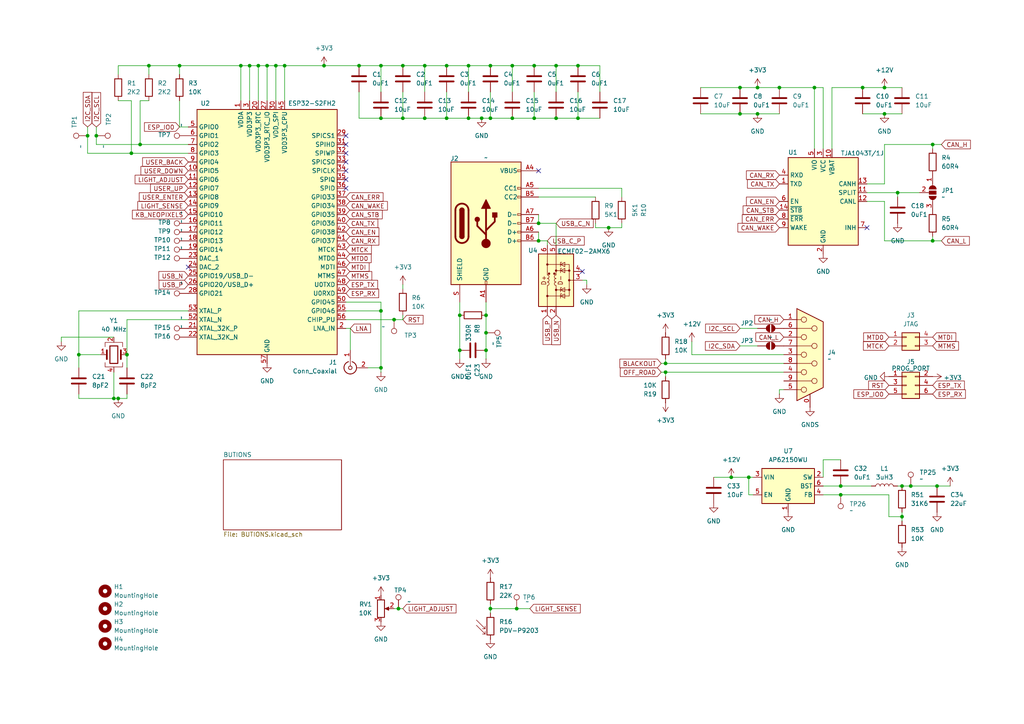
<source format=kicad_sch>
(kicad_sch (version 20250114) (generator "eeschema") (generator_version "9.0")
  (paper "A4")
  (junction (at 214.63 25.4))
  (junction (at 219.71 25.4))
  (junction (at 161.29 19.05))
  (junction (at 142.24 34.29))
  (junction (at 52.07 19.05))
  (junction (at 261.62 149.86))
  (junction (at 154.94 34.29))
  (junction (at 270.51 41.91))
  (junction (at 36.83 102.87))
  (junction (at 148.59 34.29))
  (junction (at 243.84 143.51))
  (junction (at 22.86 102.87))
  (junction (at 82.55 19.05))
  (junction (at 27.94 39.37))
  (junction (at 135.89 34.29))
  (junction (at 40.64 41.91))
  (junction (at 226.06 25.4))
  (junction (at 110.49 106.68))
  (junction (at 256.54 25.4))
  (junction (at 38.1 44.45))
  (junction (at 250.19 25.4))
  (junction (at 115.57 176.53))
  (junction (at 156.21 69.85))
  (junction (at 219.71 33.02))
  (junction (at 133.35 101.6))
  (junction (at 80.01 19.05))
  (junction (at 135.89 19.05))
  (junction (at 260.35 55.88))
  (junction (at 33.02 115.57))
  (junction (at 69.85 19.05))
  (junction (at 193.04 105.41))
  (junction (at 34.29 115.57))
  (junction (at 140.97 96.52))
  (junction (at 110.49 90.17))
  (junction (at 243.84 140.97))
  (junction (at 74.93 19.05))
  (junction (at 217.17 138.43))
  (junction (at 256.54 33.02))
  (junction (at 140.97 91.44))
  (junction (at 77.47 19.05))
  (junction (at 161.29 34.29))
  (junction (at 139.7 34.29))
  (junction (at 148.59 19.05))
  (junction (at 114.3 92.71))
  (junction (at 43.18 19.05))
  (junction (at 72.39 19.05))
  (junction (at 261.62 140.97))
  (junction (at 129.54 19.05))
  (junction (at 142.24 176.53))
  (junction (at 149.86 176.53))
  (junction (at 176.53 66.04))
  (junction (at 129.54 34.29))
  (junction (at 25.4 39.37))
  (junction (at 236.22 25.4))
  (junction (at 123.19 19.05))
  (junction (at 167.64 19.05))
  (junction (at 214.63 33.02))
  (junction (at 142.24 19.05))
  (junction (at 193.04 107.95))
  (junction (at 167.64 34.29))
  (junction (at 93.98 19.05))
  (junction (at 264.16 140.97))
  (junction (at 123.19 34.29))
  (junction (at 156.21 64.77))
  (junction (at 140.97 101.6))
  (junction (at 110.49 19.05))
  (junction (at 271.78 140.97))
  (junction (at 116.84 34.29))
  (junction (at 116.84 19.05))
  (junction (at 133.35 91.44))
  (junction (at 154.94 19.05))
  (junction (at 104.14 19.05))
  (junction (at 110.49 34.29))
  (junction (at 270.51 69.85))
  (junction (at 212.09 138.43))
  (no_connect (at 156.21 49.53))
  (no_connect (at 100.33 46.99))
  (no_connect (at 100.33 52.07))
  (no_connect (at 100.33 44.45))
  (no_connect (at 251.46 66.04))
  (no_connect (at 100.33 49.53))
  (no_connect (at 100.33 54.61))
  (no_connect (at 100.33 41.91))
  (no_connect (at 54.61 77.47))
  (no_connect (at 100.33 39.37))
  (no_connect (at 168.91 78.74))
  (wire (pts (xy 74.93 19.05) (xy 77.47 19.05)))
  (wire (pts (xy 110.49 90.17) (xy 110.49 106.68)))
  (wire (pts (xy 236.22 25.4) (xy 236.22 43.18)))
  (wire (pts (xy 36.83 92.71) (xy 54.61 92.71)))
  (wire (pts (xy 110.49 34.29) (xy 104.14 34.29)))
  (wire (pts (xy 135.89 19.05) (xy 142.24 19.05)))
  (wire (pts (xy 52.07 19.05) (xy 52.07 21.59)))
  (wire (pts (xy 17.78 97.79) (xy 17.78 99.06)))
  (wire (pts (xy 226.06 113.03) (xy 226.06 114.3)))
  (wire (pts (xy 241.3 43.18) (xy 241.3 25.4)))
  (wire (pts (xy 256.54 33.02) (xy 261.62 33.02)))
  (wire (pts (xy 264.16 140.97) (xy 271.78 140.97)))
  (wire (pts (xy 167.64 26.67) (xy 167.64 34.29)))
  (wire (pts (xy 33.02 115.57) (xy 34.29 115.57)))
  (wire (pts (xy 180.34 64.77) (xy 180.34 66.04)))
  (wire (pts (xy 22.86 106.68) (xy 22.86 102.87)))
  (wire (pts (xy 36.83 106.68) (xy 36.83 102.87)))
  (wire (pts (xy 180.34 66.04) (xy 176.53 66.04)))
  (wire (pts (xy 261.62 149.86) (xy 261.62 151.13)))
  (wire (pts (xy 156.21 64.77) (xy 156.21 62.23)))
  (wire (pts (xy 33.02 97.79) (xy 17.78 97.79)))
  (wire (pts (xy 129.54 19.05) (xy 135.89 19.05)))
  (wire (pts (xy 270.51 68.58) (xy 270.51 69.85)))
  (wire (pts (xy 43.18 29.21) (xy 40.64 29.21)))
  (wire (pts (xy 82.55 19.05) (xy 82.55 29.21)))
  (wire (pts (xy 77.47 19.05) (xy 80.01 19.05)))
  (wire (pts (xy 142.24 175.26) (xy 142.24 176.53)))
  (wire (pts (xy 203.2 33.02) (xy 214.63 33.02)))
  (wire (pts (xy 27.94 41.91) (xy 40.64 41.91)))
  (wire (pts (xy 219.71 25.4) (xy 226.06 25.4)))
  (wire (pts (xy 72.39 19.05) (xy 74.93 19.05)))
  (wire (pts (xy 133.35 101.6) (xy 133.35 104.14)))
  (wire (pts (xy 52.07 36.83) (xy 54.61 36.83)))
  (wire (pts (xy 116.84 34.29) (xy 110.49 34.29)))
  (wire (pts (xy 142.24 176.53) (xy 142.24 177.8)))
  (wire (pts (xy 40.64 29.21) (xy 40.64 41.91)))
  (wire (pts (xy 22.86 114.3) (xy 22.86 115.57)))
  (wire (pts (xy 142.24 26.67) (xy 142.24 34.29)))
  (wire (pts (xy 22.86 102.87) (xy 29.21 102.87)))
  (wire (pts (xy 212.09 138.43) (xy 217.17 138.43)))
  (wire (pts (xy 193.04 107.95) (xy 227.33 107.95)))
  (wire (pts (xy 158.75 69.85) (xy 156.21 69.85)))
  (wire (pts (xy 238.76 140.97) (xy 243.84 140.97)))
  (wire (pts (xy 251.46 55.88) (xy 260.35 55.88)))
  (wire (pts (xy 270.51 41.91) (xy 270.51 43.18)))
  (wire (pts (xy 25.4 44.45) (xy 25.4 39.37)))
  (wire (pts (xy 241.3 25.4) (xy 250.19 25.4)))
  (wire (pts (xy 80.01 19.05) (xy 80.01 29.21)))
  (wire (pts (xy 123.19 34.29) (xy 116.84 34.29)))
  (wire (pts (xy 154.94 19.05) (xy 161.29 19.05)))
  (wire (pts (xy 133.35 87.63) (xy 133.35 91.44)))
  (wire (pts (xy 168.91 81.28) (xy 170.18 81.28)))
  (wire (pts (xy 110.49 87.63) (xy 110.49 90.17)))
  (wire (pts (xy 238.76 133.35) (xy 243.84 133.35)))
  (wire (pts (xy 93.98 19.05) (xy 104.14 19.05)))
  (wire (pts (xy 116.84 26.67) (xy 116.84 34.29)))
  (wire (pts (xy 72.39 19.05) (xy 72.39 29.21)))
  (wire (pts (xy 238.76 138.43) (xy 238.76 133.35)))
  (wire (pts (xy 101.6 101.6) (xy 101.6 95.25)))
  (wire (pts (xy 36.83 114.3) (xy 36.83 115.57)))
  (wire (pts (xy 100.33 87.63) (xy 110.49 87.63)))
  (wire (pts (xy 238.76 43.18) (xy 238.76 25.4)))
  (wire (pts (xy 77.47 19.05) (xy 77.47 29.21)))
  (wire (pts (xy 161.29 19.05) (xy 161.29 26.67)))
  (wire (pts (xy 140.97 101.6) (xy 140.97 104.14)))
  (wire (pts (xy 214.63 33.02) (xy 219.71 33.02)))
  (wire (pts (xy 114.3 176.53) (xy 115.57 176.53)))
  (wire (pts (xy 227.33 113.03) (xy 226.06 113.03)))
  (wire (pts (xy 236.22 25.4) (xy 238.76 25.4)))
  (wire (pts (xy 156.21 69.85) (xy 156.21 67.31)))
  (wire (pts (xy 115.57 176.53) (xy 116.84 176.53)))
  (wire (pts (xy 27.94 41.91) (xy 27.94 39.37)))
  (wire (pts (xy 22.86 115.57) (xy 33.02 115.57)))
  (wire (pts (xy 25.4 36.83) (xy 25.4 39.37)))
  (wire (pts (xy 261.62 140.97) (xy 264.16 140.97)))
  (wire (pts (xy 38.1 44.45) (xy 25.4 44.45)))
  (wire (pts (xy 100.33 90.17) (xy 110.49 90.17)))
  (wire (pts (xy 260.35 55.88) (xy 260.35 57.15)))
  (wire (pts (xy 270.51 69.85) (xy 273.05 69.85)))
  (wire (pts (xy 140.97 87.63) (xy 140.97 91.44)))
  (wire (pts (xy 148.59 19.05) (xy 154.94 19.05)))
  (wire (pts (xy 173.99 34.29) (xy 167.64 34.29)))
  (wire (pts (xy 22.86 102.87) (xy 22.86 90.17)))
  (wire (pts (xy 203.2 25.4) (xy 214.63 25.4)))
  (wire (pts (xy 110.49 106.68) (xy 110.49 107.95)))
  (wire (pts (xy 156.21 54.61) (xy 180.34 54.61)))
  (wire (pts (xy 158.75 71.12) (xy 158.75 69.85)))
  (wire (pts (xy 27.94 36.83) (xy 27.94 39.37)))
  (wire (pts (xy 217.17 138.43) (xy 218.44 138.43)))
  (wire (pts (xy 74.93 19.05) (xy 74.93 29.21)))
  (wire (pts (xy 275.59 140.97) (xy 271.78 140.97)))
  (wire (pts (xy 123.19 19.05) (xy 129.54 19.05)))
  (wire (pts (xy 114.3 92.71) (xy 116.84 92.71)))
  (wire (pts (xy 116.84 82.55) (xy 116.84 83.82)))
  (wire (pts (xy 129.54 34.29) (xy 123.19 34.29)))
  (wire (pts (xy 256.54 41.91) (xy 270.51 41.91)))
  (wire (pts (xy 148.59 19.05) (xy 148.59 26.67)))
  (wire (pts (xy 256.54 25.4) (xy 261.62 25.4)))
  (wire (pts (xy 80.01 19.05) (xy 82.55 19.05)))
  (wire (pts (xy 69.85 19.05) (xy 52.07 19.05)))
  (wire (pts (xy 133.35 91.44) (xy 133.35 101.6)))
  (wire (pts (xy 110.49 19.05) (xy 110.49 26.67)))
  (wire (pts (xy 142.24 34.29) (xy 139.7 34.29)))
  (wire (pts (xy 257.81 149.86) (xy 261.62 149.86)))
  (wire (pts (xy 148.59 34.29) (xy 142.24 34.29)))
  (wire (pts (xy 256.54 53.34) (xy 256.54 41.91)))
  (wire (pts (xy 261.62 148.59) (xy 261.62 149.86)))
  (wire (pts (xy 193.04 109.22) (xy 193.04 107.95)))
  (wire (pts (xy 123.19 19.05) (xy 123.19 26.67)))
  (wire (pts (xy 161.29 71.12) (xy 161.29 64.77)))
  (wire (pts (xy 250.19 33.02) (xy 256.54 33.02)))
  (wire (pts (xy 149.86 176.53) (xy 153.67 176.53)))
  (wire (pts (xy 106.68 106.68) (xy 110.49 106.68)))
  (wire (pts (xy 270.51 41.91) (xy 273.05 41.91)))
  (wire (pts (xy 214.63 100.33) (xy 219.71 100.33)))
  (wire (pts (xy 129.54 26.67) (xy 129.54 34.29)))
  (wire (pts (xy 69.85 29.21) (xy 69.85 19.05)))
  (wire (pts (xy 217.17 143.51) (xy 217.17 138.43)))
  (wire (pts (xy 116.84 19.05) (xy 123.19 19.05)))
  (wire (pts (xy 154.94 26.67) (xy 154.94 34.29)))
  (wire (pts (xy 36.83 102.87) (xy 36.83 92.71)))
  (wire (pts (xy 22.86 90.17) (xy 54.61 90.17)))
  (wire (pts (xy 156.21 57.15) (xy 172.72 57.15)))
  (wire (pts (xy 34.29 19.05) (xy 43.18 19.05)))
  (wire (pts (xy 140.97 96.52) (xy 140.97 101.6)))
  (wire (pts (xy 161.29 34.29) (xy 154.94 34.29)))
  (wire (pts (xy 43.18 19.05) (xy 43.18 21.59)))
  (wire (pts (xy 193.04 104.14) (xy 193.04 105.41)))
  (wire (pts (xy 140.97 91.44) (xy 140.97 96.52)))
  (wire (pts (xy 135.89 19.05) (xy 135.89 26.67)))
  (wire (pts (xy 142.24 176.53) (xy 149.86 176.53)))
  (wire (pts (xy 139.7 34.29) (xy 135.89 34.29)))
  (wire (pts (xy 101.6 95.25) (xy 100.33 95.25)))
  (wire (pts (xy 40.64 41.91) (xy 54.61 41.91)))
  (wire (pts (xy 214.63 25.4) (xy 219.71 25.4)))
  (wire (pts (xy 110.49 19.05) (xy 116.84 19.05)))
  (wire (pts (xy 167.64 19.05) (xy 173.99 19.05)))
  (wire (pts (xy 34.29 29.21) (xy 38.1 29.21)))
  (wire (pts (xy 218.44 143.51) (xy 217.17 143.51)))
  (wire (pts (xy 219.71 33.02) (xy 226.06 33.02)))
  (wire (pts (xy 256.54 58.42) (xy 256.54 69.85)))
  (wire (pts (xy 104.14 19.05) (xy 110.49 19.05)))
  (wire (pts (xy 161.29 19.05) (xy 167.64 19.05)))
  (wire (pts (xy 214.63 95.25) (xy 219.71 95.25)))
  (wire (pts (xy 226.06 25.4) (xy 236.22 25.4)))
  (wire (pts (xy 200.66 99.06) (xy 200.66 102.87)))
  (wire (pts (xy 43.18 19.05) (xy 52.07 19.05)))
  (wire (pts (xy 34.29 115.57) (xy 36.83 115.57)))
  (wire (pts (xy 191.77 105.41) (xy 193.04 105.41)))
  (wire (pts (xy 161.29 64.77) (xy 156.21 64.77)))
  (wire (pts (xy 154.94 34.29) (xy 148.59 34.29)))
  (wire (pts (xy 38.1 29.21) (xy 38.1 44.45)))
  (wire (pts (xy 260.35 55.88) (xy 266.7 55.88)))
  (wire (pts (xy 250.19 25.4) (xy 256.54 25.4)))
  (wire (pts (xy 172.72 66.04) (xy 176.53 66.04)))
  (wire (pts (xy 135.89 34.29) (xy 129.54 34.29)))
  (wire (pts (xy 104.14 34.29) (xy 104.14 26.67)))
  (wire (pts (xy 191.77 107.95) (xy 193.04 107.95)))
  (wire (pts (xy 260.35 140.97) (xy 261.62 140.97)))
  (wire (pts (xy 38.1 44.45) (xy 54.61 44.45)))
  (wire (pts (xy 180.34 54.61) (xy 180.34 57.15)))
  (wire (pts (xy 173.99 26.67) (xy 173.99 19.05)))
  (wire (pts (xy 251.46 53.34) (xy 256.54 53.34)))
  (wire (pts (xy 238.76 143.51) (xy 243.84 143.51)))
  (wire (pts (xy 142.24 19.05) (xy 148.59 19.05)))
  (wire (pts (xy 256.54 69.85) (xy 270.51 69.85)))
  (wire (pts (xy 33.02 107.95) (xy 33.02 115.57)))
  (wire (pts (xy 170.18 81.28) (xy 170.18 82.55)))
  (wire (pts (xy 243.84 140.97) (xy 252.73 140.97)))
  (wire (pts (xy 243.84 143.51) (xy 257.81 143.51)))
  (wire (pts (xy 69.85 19.05) (xy 72.39 19.05)))
  (wire (pts (xy 34.29 21.59) (xy 34.29 19.05)))
  (wire (pts (xy 200.66 102.87) (xy 227.33 102.87)))
  (wire (pts (xy 193.04 105.41) (xy 227.33 105.41)))
  (wire (pts (xy 172.72 64.77) (xy 172.72 66.04)))
  (wire (pts (xy 207.01 138.43) (xy 212.09 138.43)))
  (wire (pts (xy 251.46 58.42) (xy 256.54 58.42)))
  (wire (pts (xy 257.81 143.51) (xy 257.81 149.86)))
  (wire (pts (xy 52.07 29.21) (xy 52.07 36.83)))
  (wire (pts (xy 100.33 92.71) (xy 114.3 92.71)))
  (wire (pts (xy 167.64 34.29) (xy 161.29 34.29)))
  (wire (pts (xy 116.84 92.71) (xy 116.84 91.44)))
  (wire (pts (xy 82.55 19.05) (xy 93.98 19.05)))
  (global_label "ESP_IO0" (shape input) (at 52.07 36.83 180) (property "Intersheetrefs" "${INTERSHEET_REFS}" (effects (hide yes))))
  (global_label "ESP_RX" (shape input) (at 100.33 85.09 0) (property "Intersheetrefs" "${INTERSHEET_REFS}" (effects (hide yes))))
  (global_label "CAN_L" (shape input) (at 227.33 97.79 180) (property "Intersheetrefs" "${INTERSHEET_REFS}" (effects (hide yes))))
  (global_label "CAN_RX" (shape input) (at 226.06 50.8 180) (property "Intersheetrefs" "${INTERSHEET_REFS}" (effects (hide yes))))
  (global_label "I2C_SCL" (shape input) (at 214.63 95.25 180) (property "Intersheetrefs" "${INTERSHEET_REFS}" (effects (hide yes))))
  (global_label "CAN_TX" (shape input) (at 226.06 53.34 180) (property "Intersheetrefs" "${INTERSHEET_REFS}" (effects (hide yes))))
  (global_label "USB_C_P" (shape input) (at 158.75 69.85 0) (property "Intersheetrefs" "${INTERSHEET_REFS}" (effects (hide yes))))
  (global_label "LNA" (shape input) (at 101.6 95.25 0) (property "Intersheetrefs" "${INTERSHEET_REFS}" (effects (hide yes))))
  (global_label "MTD0" (shape input) (at 257.81 97.79 180) (property "Intersheetrefs" "${INTERSHEET_REFS}" (effects (hide yes))))
  (global_label "USER_UP" (shape input) (at 54.61 54.61 180) (property "Intersheetrefs" "${INTERSHEET_REFS}" (effects (hide yes))))
  (global_label "CAN_STB" (shape input) (at 100.33 62.23 0) (property "Intersheetrefs" "${INTERSHEET_REFS}" (effects (hide yes))))
  (global_label "ESP_TX" (shape input) (at 100.33 82.55 0) (property "Intersheetrefs" "${INTERSHEET_REFS}" (effects (hide yes))))
  (global_label "BLACKOUT" (shape input) (at 191.77 105.41 180) (property "Intersheetrefs" "${INTERSHEET_REFS}" (effects (hide yes))))
  (global_label "MTCK" (shape input) (at 100.33 72.39 0) (property "Intersheetrefs" "${INTERSHEET_REFS}" (effects (hide yes))))
  (global_label "OFF_ROAD" (shape input) (at 191.77 107.95 180) (property "Intersheetrefs" "${INTERSHEET_REFS}" (effects (hide yes))))
  (global_label "USB_C_N" (shape input) (at 161.29 64.77 0) (property "Intersheetrefs" "${INTERSHEET_REFS}" (effects (hide yes))))
  (global_label "CAN_TX" (shape input) (at 100.33 64.77 0) (property "Intersheetrefs" "${INTERSHEET_REFS}" (effects (hide yes))))
  (global_label "CAN_EN" (shape input) (at 226.06 58.42 180) (property "Intersheetrefs" "${INTERSHEET_REFS}" (effects (hide yes))))
  (global_label "USB_N" (shape input) (at 54.61 80.01 180) (property "Intersheetrefs" "${INTERSHEET_REFS}" (effects (hide yes))))
  (global_label "I2C_SDA" (shape input) (at 25.4 36.83 90) (property "Intersheetrefs" "${INTERSHEET_REFS}" (effects (hide yes))))
  (global_label "CAN_STB" (shape input) (at 226.06 60.96 180) (property "Intersheetrefs" "${INTERSHEET_REFS}" (effects (hide yes))))
  (global_label "USB_P" (shape input) (at 54.61 82.55 180) (property "Intersheetrefs" "${INTERSHEET_REFS}" (effects (hide yes))))
  (global_label "ESP_TX" (shape input) (at 270.51 111.76 0) (property "Intersheetrefs" "${INTERSHEET_REFS}" (effects (hide yes))))
  (global_label "CAN_RX" (shape input) (at 100.33 69.85 0) (property "Intersheetrefs" "${INTERSHEET_REFS}" (effects (hide yes))))
  (global_label "ESP_IO0" (shape input) (at 257.81 114.3 180) (property "Intersheetrefs" "${INTERSHEET_REFS}" (effects (hide yes))))
  (global_label "LIGHT_SENSE" (shape input) (at 54.61 59.69 180) (property "Intersheetrefs" "${INTERSHEET_REFS}" (effects (hide yes))))
  (global_label "CAN_H" (shape input) (at 273.05 41.91 0) (property "Intersheetrefs" "${INTERSHEET_REFS}" (effects (hide yes))))
  (global_label "MTMS" (shape input) (at 270.51 100.33 0) (property "Intersheetrefs" "${INTERSHEET_REFS}" (effects (hide yes))))
  (global_label "RST" (shape input) (at 257.81 111.76 180) (property "Intersheetrefs" "${INTERSHEET_REFS}" (effects (hide yes))))
  (global_label "CAN_ERR" (shape input) (at 100.33 57.15 0) (property "Intersheetrefs" "${INTERSHEET_REFS}" (effects (hide yes))))
  (global_label "CAN_EN" (shape input) (at 100.33 67.31 0) (property "Intersheetrefs" "${INTERSHEET_REFS}" (effects (hide yes))))
  (global_label "ESP_RX" (shape input) (at 270.51 114.3 0) (property "Intersheetrefs" "${INTERSHEET_REFS}" (effects (hide yes))))
  (global_label "USER_ENTER" (shape input) (at 54.61 57.15 180) (property "Intersheetrefs" "${INTERSHEET_REFS}" (effects (hide yes))))
  (global_label "LIGHT_ADJUST" (shape input) (at 116.84 176.53 0) (property "Intersheetrefs" "${INTERSHEET_REFS}" (effects (hide yes))))
  (global_label "LIGHT_SENSE" (shape input) (at 153.67 176.53 0) (property "Intersheetrefs" "${INTERSHEET_REFS}" (effects (hide yes))))
  (global_label "I2C_SDA" (shape input) (at 214.63 100.33 180) (property "Intersheetrefs" "${INTERSHEET_REFS}" (effects (hide yes))))
  (global_label "USB_P" (shape input) (at 158.75 91.44 270) (property "Intersheetrefs" "${INTERSHEET_REFS}" (effects (hide yes))))
  (global_label "KB_NEOPIXELS" (shape input) (at 54.61 62.23 180) (property "Intersheetrefs" "${INTERSHEET_REFS}" (effects (hide yes))))
  (global_label "USER_BACK" (shape input) (at 54.61 46.99 180) (property "Intersheetrefs" "${INTERSHEET_REFS}" (effects (hide yes))))
  (global_label "CAN_ERR" (shape input) (at 226.06 63.5 180) (property "Intersheetrefs" "${INTERSHEET_REFS}" (effects (hide yes))))
  (global_label "MTMS" (shape input) (at 100.33 80.01 0) (property "Intersheetrefs" "${INTERSHEET_REFS}" (effects (hide yes))))
  (global_label "CAN_L" (shape input) (at 273.05 69.85 0) (property "Intersheetrefs" "${INTERSHEET_REFS}" (effects (hide yes))))
  (global_label "LIGHT_ADJUST" (shape input) (at 54.61 52.07 180) (property "Intersheetrefs" "${INTERSHEET_REFS}" (effects (hide yes))))
  (global_label "USER_DOWN" (shape input) (at 54.61 49.53 180) (property "Intersheetrefs" "${INTERSHEET_REFS}" (effects (hide yes))))
  (global_label "MTDI" (shape input) (at 100.33 77.47 0) (property "Intersheetrefs" "${INTERSHEET_REFS}" (effects (hide yes))))
  (global_label "MTD0" (shape input) (at 100.33 74.93 0) (property "Intersheetrefs" "${INTERSHEET_REFS}" (effects (hide yes))))
  (global_label "RST" (shape input) (at 116.84 92.71 0) (property "Intersheetrefs" "${INTERSHEET_REFS}" (effects (hide yes))))
  (global_label "USB_N" (shape input) (at 161.29 91.44 270) (property "Intersheetrefs" "${INTERSHEET_REFS}" (effects (hide yes))))
  (global_label "CAN_H" (shape input) (at 227.33 92.71 180) (property "Intersheetrefs" "${INTERSHEET_REFS}" (effects (hide yes))))
  (global_label "CAN_WAKE" (shape input) (at 226.06 66.04 180) (property "Intersheetrefs" "${INTERSHEET_REFS}" (effects (hide yes))))
  (global_label "MTDI" (shape input) (at 270.51 97.79 0) (property "Intersheetrefs" "${INTERSHEET_REFS}" (effects (hide yes))))
  (global_label "MTCK" (shape input) (at 257.81 100.33 180) (property "Intersheetrefs" "${INTERSHEET_REFS}" (effects (hide yes))))
  (global_label "CAN_WAKE" (shape input) (at 100.33 59.69 0) (property "Intersheetrefs" "${INTERSHEET_REFS}" (effects (hide yes))))
  (global_label "I2C_SCL" (shape input) (at 27.94 36.83 90) (property "Intersheetrefs" "${INTERSHEET_REFS}" (effects (hide yes))))
  (symbol (lib_id "Connector:TestPoint") (at 140.97 96.52 270) (unit 1) (in_bom no)
    (property "Reference" "TP5" (at 144.78 97.282 0) (effects (justify left)))
    (property "Value" "~" (at 143.002 99.06 0) (effects (justify left)))
    (property "Footprint" "TestPoint:TestPoint_Pad_D1.0mm" (effects (hide yes)))
    (property "Description" "test point" (effects (hide yes)))
  )
  (symbol (lib_id "power:+3V3") (at 275.59 140.97 0) (unit 1)
    (property "Reference" "#PWR054" (effects (hide yes)))
    (property "Value" "+3V3" (at 275.59 135.89 0))
    (property "Description" "Power symbol creates a global label with name \"+3V3\"" (effects (hide yes)))
  )
  (symbol (lib_name "GND_7") (lib_id "power:GND") (at 260.35 64.77 0) (unit 1)
    (property "Reference" "#PWR07" (effects (hide yes)))
    (property "Value" "GND" (at 260.35 69.85 0))
    (property "Description" "Power symbol creates a global label with name \"GND\" , ground" (effects (hide yes)))
  )
  (symbol (lib_id "Connector:TestPoint") (at 54.61 64.77 90) (unit 1) (in_bom no)
    (property "Reference" "TP8" (at 49.53 64.516 90) (effects (justify left)))
    (property "Value" "~" (at 52.578 62.23 0) (effects (justify left)))
    (property "Footprint" "TestPoint:TestPoint_Pad_D1.0mm" (effects (hide yes)))
    (property "Description" "test point" (effects (hide yes)))
  )
  (symbol (lib_id "Device:C") (at 173.99 30.48 0) (unit 1)
    (property "Reference" "C17" (at 177.8 29.2099 0) (effects (justify left)))
    (property "Value" "10uF" (at 177.8 31.7499 0) (effects (justify left)))
    (property "Footprint" "Capacitor_SMD:C_0603_1608Metric" (effects (hide yes)))
    (property "Description" "Unpolarized capacitor" (effects (hide yes)))
    (property "Digikey Part Number" "1276-1038-1-ND" (effects (hide yes)))
  )
  (symbol (lib_id "Device:L") (at 256.54 140.97 90) (unit 1)
    (property "Reference" "L1" (at 256.54 135.89 90))
    (property "Value" "3uH3" (at 256.54 138.43 90))
    (property "Footprint" "Inductor_SMD:L_Bourns_SDR0604" (effects (hide yes)))
    (property "Description" "Inductor" (effects (hide yes)))
    (property "Digikey Part Number" "445-173052-1-ND" (effects (hide yes)))
  )
  (symbol (lib_id "Device:R") (at 116.84 87.63 0) (unit 1)
    (property "Reference" "R6" (at 119.38 86.3599 0) (effects (justify left)))
    (property "Value" "10K" (at 119.38 88.8999 0) (effects (justify left)))
    (property "Footprint" "Resistor_SMD:R_0603_1608Metric" (effects (hide yes)))
    (property "Description" "Resistor" (effects (hide yes)))
    (property "Digikey Part Number" "RMCF0603JT10K0CT-ND" (effects (hide yes)))
  )
  (symbol (lib_id "Device:R") (at 261.62 144.78 0) (unit 1)
    (property "Reference" "R51" (at 264.16 143.5099 0) (effects (justify left)))
    (property "Value" "31K6" (at 264.16 146.0499 0) (effects (justify left)))
    (property "Footprint" "Resistor_SMD:R_0603_1608Metric" (effects (hide yes)))
    (property "Description" "Resistor" (effects (hide yes)))
    (property "Digikey Part Number" "541-5351-1-ND" (effects (hide yes)))
  )
  (symbol (lib_id "Connector_Generic:Conn_02x02_Counter_Clockwise") (at 262.89 97.79 0) (unit 1)
    (property "Reference" "J3" (at 264.16 91.44 0))
    (property "Value" "JTAG" (at 264.16 93.98 0))
    (property "Footprint" "Connector_PinHeader_2.54mm:PinHeader_2x02_P2.54mm_Vertical" (effects (hide yes)))
    (property "Description" "Generic connector, double row, 02x02, counter clockwise pin numbering scheme (similar to DIP package numbering), script generated (kicad-library-utils/schlib/autogen/connector/)" (effects (hide yes)))
  )
  (symbol (lib_id "Mechanical:MountingHole") (at 30.48 176.53 0) (unit 1) (in_bom no)
    (property "Reference" "H2" (at 33.02 175.2599 0) (effects (justify left)))
    (property "Value" "MountingHole" (at 33.02 177.7999 0) (effects (justify left)))
    (property "Footprint" "MountingHole:MountingHole_3.2mm_M3" (effects (hide yes)))
    (property "Description" "Mounting Hole without connection" (effects (hide yes)))
  )
  (symbol (lib_id "Connector:TestPoint") (at 243.84 143.51 180) (unit 1) (in_bom no)
    (property "Reference" "TP26" (at 246.38 146.1769 0) (effects (justify right)))
    (property "Value" "~" (at 246.38 148.082 0) (effects (justify right)))
    (property "Footprint" "TestPoint:TestPoint_Pad_D1.0mm" (effects (hide yes)))
    (property "Description" "test point" (effects (hide yes)))
  )
  (symbol (lib_id "Device:C") (at 154.94 22.86 0) (unit 1)
    (property "Reference" "C5" (at 158.75 21.5899 0) (effects (justify left)))
    (property "Value" "0uF1" (at 158.75 24.1299 0) (effects (justify left)))
    (property "Footprint" "Capacitor_SMD:C_0603_1608Metric" (effects (hide yes)))
    (property "Description" "Unpolarized capacitor" (effects (hide yes)))
    (property "Digikey Part Number" "399-C0603C104M5RACTUCT-ND" (effects (hide yes)))
  )
  (symbol (lib_id "Device:C") (at 129.54 22.86 0) (unit 1)
    (property "Reference" "C3" (at 133.35 21.5899 0) (effects (justify left)))
    (property "Value" "0uF1" (at 133.35 24.1299 0) (effects (justify left)))
    (property "Footprint" "Capacitor_SMD:C_0603_1608Metric" (effects (hide yes)))
    (property "Description" "Unpolarized capacitor" (effects (hide yes)))
    (property "Digikey Part Number" "399-C0603C104M5RACTUCT-ND" (effects (hide yes)))
  )
  (symbol (lib_id "Device:C") (at 137.16 101.6 90) (unit 1)
    (property "Reference" "C23" (at 138.4301 105.41 0) (effects (justify right)))
    (property "Value" "0uF1" (at 135.8901 105.41 0) (effects (justify right)))
    (property "Footprint" "Capacitor_SMD:C_0603_1608Metric" (effects (hide yes)))
    (property "Description" "Unpolarized capacitor" (effects (hide yes)))
    (property "Digikey Part Number" "399-C0603C104M5RACTUCT-ND" (effects (hide yes)))
  )
  (symbol (lib_id "Connector:TestPoint") (at 264.16 140.97 0) (unit 1) (in_bom no)
    (property "Reference" "TP25" (at 266.7 137.0329 0) (effects (justify left)))
    (property "Value" "~" (at 266.7 138.938 0) (effects (justify left)))
    (property "Footprint" "TestPoint:TestPoint_Pad_D1.0mm" (effects (hide yes)))
    (property "Description" "test point" (effects (hide yes)))
  )
  (symbol (lib_id "Connector:TestPoint") (at 54.61 97.79 90) (unit 1) (in_bom no)
    (property "Reference" "TP16" (at 49.53 97.536 90) (effects (justify left)))
    (property "Value" "~" (at 52.578 95.25 0) (effects (justify left)))
    (property "Footprint" "TestPoint:TestPoint_Pad_D1.0mm" (effects (hide yes)))
    (property "Description" "test point" (effects (hide yes)))
  )
  (symbol (lib_id "Connector:TestPoint") (at 54.61 95.25 90) (unit 1) (in_bom no)
    (property "Reference" "TP15" (at 49.53 94.996 90) (effects (justify left)))
    (property "Value" "~" (at 52.578 92.71 0) (effects (justify left)))
    (property "Footprint" "TestPoint:TestPoint_Pad_D1.0mm" (effects (hide yes)))
    (property "Description" "test point" (effects (hide yes)))
  )
  (symbol (lib_name "+3V3_3") (lib_id "power:+3V3") (at 110.49 172.72 0) (unit 1)
    (property "Reference" "#PWR043" (effects (hide yes)))
    (property "Value" "+3V3" (at 110.49 167.64 0))
    (property "Description" "Power symbol creates a global label with name \"+3V3\"" (effects (hide yes)))
  )
  (symbol (lib_id "Jumper:SolderJumper_3_Open") (at 270.51 55.88 270) (unit 1) (in_bom no)
    (property "Reference" "JP1" (at 273.05 55.2449 90) (effects (justify left)))
    (property "Value" "~" (at 273.05 57.15 90) (effects (justify left)))
    (property "Footprint" "Jumper:SolderJumper-3_P2.0mm_Open_TrianglePad1.0x1.5mm" (effects (hide yes)))
    (property "Description" "Solder Jumper, 3-pole, open" (effects (hide yes)))
  )
  (symbol (lib_id "Device:C") (at 226.06 29.21 0) (unit 1)
    (property "Reference" "C9" (at 229.87 27.9399 0) (effects (justify left)))
    (property "Value" "0uF1" (at 229.87 30.4799 0) (effects (justify left)))
    (property "Footprint" "Capacitor_SMD:C_0603_1608Metric" (effects (hide yes)))
    (property "Description" "Unpolarized capacitor" (effects (hide yes)))
    (property "Digikey Part Number" "399-C0603C104M5RACTUCT-ND" (effects (hide yes)))
  )
  (symbol (lib_name "GND_11") (lib_id "power:GND") (at 110.49 180.34 0) (unit 1)
    (property "Reference" "#PWR044" (effects (hide yes)))
    (property "Value" "GND" (at 110.49 185.42 0))
    (property "Description" "Power symbol creates a global label with name \"GND\" , ground" (effects (hide yes)))
  )
  (symbol (lib_name "GND_6") (lib_id "power:GND") (at 34.29 115.57 0) (unit 1)
    (property "Reference" "#PWR015" (effects (hide yes)))
    (property "Value" "GND" (at 34.29 120.65 0))
    (property "Description" "Power symbol creates a global label with name \"GND\" , ground" (effects (hide yes)))
  )
  (symbol (lib_id "Connector:DE9_Socket_MountingHoles") (at 234.95 102.87 0) (unit 1)
    (property "Reference" "J4" (at 240.03 102.2349 0) (effects (justify left)))
    (property "Value" "~" (at 240.03 104.14 0) (effects (justify left)))
    (property "Footprint" "Connector_Dsub:DSUB-9_Pins_Horizontal_P2.77x2.84mm_EdgePinOffset4.94mm_Housed_MountingHolesOffset4.94mm" (effects (hide yes)))
    (property "Description" "9-pin D-SUB connector, socket (female), Mounting Hole" (effects (hide yes)))
    (property "Digikey Part Number" "AE10921-ND" (effects (hide yes)))
  )
  (symbol (lib_id "Connector:Conn_Coaxial") (at 101.6 106.68 90) (mirror x) (unit 1)
    (property "Reference" "J1" (at 97.79 105.0924 90) (effects (justify left)))
    (property "Value" "Conn_Coaxial" (at 97.79 107.6324 90) (effects (justify left)))
    (property "Footprint" "Connector_Coaxial:SMA_Amphenol_132291-12_Vertical" (effects (hide yes)))
    (property "Description" "coaxial connector (BNC, SMA, SMB, SMC, Cinch/RCA, LEMO, ...)" (effects (hide yes)))
    (property "Digikey Part Number" "CONREVSMA001-G-ND" (effects (hide yes)))
  )
  (symbol (lib_id "Device:R_Photo") (at 142.24 181.61 0) (unit 1)
    (property "Reference" "R16" (at 144.78 180.3399 0) (effects (justify left)))
    (property "Value" "PDV-P9203" (at 144.78 182.8799 0) (effects (justify left)))
    (property "Footprint" "OptoDevice:R_LDR_4.9x4.2mm_P2.54mm_Vertical" (effects (hide yes)))
    (property "Description" "Photoresistor" (effects (hide yes)))
  )
  (symbol (lib_id "power:+12V") (at 256.54 25.4 0) (unit 1)
    (property "Reference" "#PWR03" (effects (hide yes)))
    (property "Value" "+12V" (at 256.54 20.32 0))
    (property "Description" "Power symbol creates a global label with name \"+12V\"" (effects (hide yes)))
  )
  (symbol (lib_id "Device:R") (at 142.24 171.45 0) (unit 1)
    (property "Reference" "R17" (at 144.78 170.1799 0) (effects (justify left)))
    (property "Value" "22K" (at 144.78 172.7199 0) (effects (justify left)))
    (property "Footprint" "Resistor_SMD:R_0603_1608Metric" (effects (hide yes)))
    (property "Description" "Resistor" (effects (hide yes)))
  )
  (symbol (lib_id "Device:C") (at 110.49 30.48 0) (unit 1)
    (property "Reference" "C12" (at 114.3 29.2099 0) (effects (justify left)))
    (property "Value" "10uF" (at 114.3 31.7499 0) (effects (justify left)))
    (property "Footprint" "Capacitor_SMD:C_0603_1608Metric" (effects (hide yes)))
    (property "Description" "Unpolarized capacitor" (effects (hide yes)))
    (property "Digikey Part Number" "1276-1038-1-ND" (effects (hide yes)))
  )
  (symbol (lib_id "Device:C") (at 161.29 30.48 0) (unit 1)
    (property "Reference" "C16" (at 165.1 29.2099 0) (effects (justify left)))
    (property "Value" "10uF" (at 165.1 31.7499 0) (effects (justify left)))
    (property "Footprint" "Capacitor_SMD:C_0603_1608Metric" (effects (hide yes)))
    (property "Description" "Unpolarized capacitor" (effects (hide yes)))
    (property "Digikey Part Number" "1276-1038-1-ND" (effects (hide yes)))
  )
  (symbol (lib_id "Device:R_Potentiometer") (at 110.49 176.53 0) (unit 1)
    (property "Reference" "RV1" (at 107.95 175.2599 0) (effects (justify right)))
    (property "Value" "10K" (at 107.95 177.7999 0) (effects (justify right)))
    (property "Footprint" "Potentiometer_THT:Potentiometer_Bourns_PTV09A-1_Single_Vertical" (effects (hide yes)))
    (property "Description" "Potentiometer" (effects (hide yes)))
    (property "Digikey Part Number" "118-PTV09A-4030F-B103-ND" (effects (hide yes)))
  )
  (symbol (lib_id "power:GND") (at 257.81 109.22 270) (unit 1)
    (property "Reference" "#PWR024" (effects (hide yes)))
    (property "Value" "GND" (at 254.6351 109.5368 90) (effects (justify right)))
  )
  (symbol (lib_id "power:GND") (at 261.62 158.75 0) (unit 1)
    (property "Reference" "#PWR059" (effects (hide yes)))
    (property "Value" "GND" (at 261.62 163.83 0))
    (property "Description" "Power symbol creates a global label with name \"GND\" , ground" (effects (hide yes)))
  )
  (symbol (lib_name "+3V3_1") (lib_id "power:+3V3") (at 93.98 19.05 0) (unit 1)
    (property "Reference" "#PWR01" (effects (hide yes)))
    (property "Value" "+3V3" (at 93.98 13.97 0))
    (property "Description" "Power symbol creates a global label with name \"+3V3\"" (effects (hide yes)))
  )
  (symbol (lib_id "Interface_CAN_LIN:TJA1043T") (at 238.76 58.42 0) (unit 1)
    (property "Reference" "U1" (at 228.6 44.196 0) (effects (justify left)))
    (property "Value" "TJA1043T/1J" (at 243.84 44.45 0) (effects (justify left)))
    (property "Footprint" "Package_SO:SOIC-14_3.9x8.7mm_P1.27mm" (effects (hide yes)))
    (property "Datasheet" "https://www.nxp.com/docs/en/data-sheet/TJA1043.pdf" (effects (hide yes)))
    (property "Description" "High-speed CAN-FD Transceiver with Sleep Mode, SOIC-14" (effects (hide yes)))
    (property "Digikey Part Number" "568-13274-1-ND" (effects (hide yes)))
  )
  (symbol (lib_id "Mechanical:MountingHole") (at 30.48 181.61 0) (unit 1) (in_bom no)
    (property "Reference" "H3" (at 33.02 180.3399 0) (effects (justify left)))
    (property "Value" "MountingHole" (at 33.02 182.8799 0) (effects (justify left)))
    (property "Footprint" "MountingHole:MountingHole_3.2mm_M3" (effects (hide yes)))
    (property "Description" "Mounting Hole without connection" (effects (hide yes)))
  )
  (symbol (lib_id "power:GND") (at 228.6 148.59 0) (unit 1)
    (property "Reference" "#PWR056" (effects (hide yes)))
    (property "Value" "GND" (at 228.6 153.67 0))
    (property "Description" "Power symbol creates a global label with name \"GND\" , ground" (effects (hide yes)))
  )
  (symbol (lib_id "Device:C") (at 104.14 22.86 0) (unit 1)
    (property "Reference" "C1" (at 107.95 21.5899 0) (effects (justify left)))
    (property "Value" "0uF1" (at 107.95 24.1299 0) (effects (justify left)))
    (property "Footprint" "Capacitor_SMD:C_0603_1608Metric" (effects (hide yes)))
    (property "Description" "Unpolarized capacitor" (effects (hide yes)))
    (property "Digikey Part Number" "399-C0603C104M5RACTUCT-ND" (effects (hide yes)))
  )
  (symbol (lib_id "Power_Protection:ECMF02-2AMX6") (at 161.29 81.28 90) (unit 1)
    (property "Reference" "U4" (at 155.956 72.644 90) (effects (justify left)))
    (property "Value" "ECMF02-2AMX6" (at 177.038 72.898 90) (effects (justify left)))
    (property "Footprint" "Package_DFN_QFN:ST_UQFN-6L_1.5x1.7mm_P0.5mm" (effects (hide yes)))
    (property "Datasheet" "https://www.st.com/resource/en/datasheet/ecmf02-2amx6.pdf" (effects (hide yes)))
    (property "Description" "Single Pair Common Mode Filter with ESD Protection, UQFN-6L" (effects (hide yes)))
    (property "Digikey Part Number" "497-10773-1-ND" (effects (hide yes)))
  )
  (symbol (lib_id "Device:Crystal_GND23") (at 33.02 102.87 0) (unit 1)
    (property "Reference" "Y1" (at 33.02 92.964 0))
    (property "Value" "40 MHz" (at 33.02 95.504 0))
    (property "Footprint" "Library:cx3225sa_e" (effects (hide yes)))
    (property "Description" "Four pin crystal, GND on pins 2 and 3" (effects (hide yes)))
    (property "Digikey Part Number" "478-CX3225SA40000D0PTWCCCT-ND" (effects (hide yes)))
  )
  (symbol (lib_id "Regulator_Switching:AP62150WU") (at 228.6 140.97 0) (unit 1)
    (property "Reference" "U7" (at 228.6 130.81 0))
    (property "Value" "AP62150WU" (at 228.6 133.35 0))
    (property "Footprint" "Package_TO_SOT_SMD:TSOT-23-6" (effects (hide yes)))
    (property "Datasheet" "https://www.diodes.com/assets/Datasheets/AP62150.pdf" (effects (hide yes)))
    (property "Description" "1.5A, 1.3MHz Buck DC/DC Converter, 4.2V-18V input voltage, 0.8V-7V adjustable output voltage, TSOT-23-6" (effects (hide yes)))
    (property "Digikey Part Number" "31-AP62150WU-7CT-ND" (effects (hide yes)))
  )
  (symbol (lib_id "Device:C") (at 271.78 144.78 0) (unit 1)
    (property "Reference" "C34" (at 275.59 143.5099 0) (effects (justify left)))
    (property "Value" "22uF" (at 275.59 146.0499 0) (effects (justify left)))
    (property "Footprint" "Capacitor_SMD:C_0603_1608Metric" (effects (hide yes)))
    (property "Description" "Unpolarized capacitor" (effects (hide yes)))
    (property "Digikey Part Number" "490-7611-1-ND" (effects (hide yes)))
  )
  (symbol (lib_name "GND_2") (lib_id "power:GND") (at 176.53 66.04 0) (unit 1)
    (property "Reference" "#PWR022" (effects (hide yes)))
    (property "Value" "GND" (at 176.53 71.12 0))
    (property "Description" "Power symbol creates a global label with name \"GND\" , ground" (effects (hide yes)))
  )
  (symbol (lib_id "Device:C") (at 207.01 142.24 0) (unit 1)
    (property "Reference" "C33" (at 210.82 140.9699 0) (effects (justify left)))
    (property "Value" "10uF" (at 210.82 143.5099 0) (effects (justify left)))
    (property "Footprint" "Capacitor_SMD:C_0603_1608Metric" (effects (hide yes)))
    (property "Description" "Unpolarized capacitor" (effects (hide yes)))
    (property "Digikey Part Number" "1276-1038-1-ND" (effects (hide yes)))
  )
  (symbol (lib_id "power:+12V") (at 200.66 99.06 0) (unit 1)
    (property "Reference" "#PWR013" (effects (hide yes)))
    (property "Value" "+12V" (at 200.66 93.98 0))
    (property "Description" "Power symbol creates a global label with name \"+12V\"" (effects (hide yes)))
  )
  (symbol (lib_id "Device:C") (at 203.2 29.21 0) (unit 1)
    (property "Reference" "C7" (at 207.01 27.9399 0) (effects (justify left)))
    (property "Value" "10uF" (at 207.01 30.4799 0) (effects (justify left)))
    (property "Footprint" "Capacitor_SMD:C_0603_1608Metric" (effects (hide yes)))
    (property "Description" "Unpolarized capacitor" (effects (hide yes)))
    (property "Digikey Part Number" "1276-1038-1-ND" (effects (hide yes)))
  )
  (symbol (lib_name "+3V3_2") (lib_id "power:+3V3") (at 116.84 82.55 0) (unit 1)
    (property "Reference" "#PWR09" (effects (hide yes)))
    (property "Value" "+3V3" (at 116.84 77.47 0))
    (property "Description" "Power symbol creates a global label with name \"+3V3\"" (effects (hide yes)))
  )
  (symbol (lib_name "GND_3") (lib_id "power:GND") (at 140.97 104.14 0) (unit 1)
    (property "Reference" "#PWR019" (effects (hide yes)))
    (property "Value" "GND" (at 140.97 109.22 0))
    (property "Description" "Power symbol creates a global label with name \"GND\" , ground" (effects (hide yes)))
  )
  (symbol (lib_id "Jumper:SolderJumper_2_Open") (at 223.52 95.25 0) (unit 1) (in_bom no)
    (property "Reference" "JP2" (at 216.662 93.726 0))
    (property "Value" "~" (at 223.52 92.71 0))
    (property "Footprint" "Jumper:SolderJumper-2_P1.3mm_Open_TrianglePad1.0x1.5mm" (effects (hide yes)))
    (property "Description" "Solder Jumper, 2-pole, open" (effects (hide yes)))
  )
  (symbol (lib_id "power:GND") (at 207.01 146.05 0) (unit 1)
    (property "Reference" "#PWR055" (effects (hide yes)))
    (property "Value" "GND" (at 207.01 151.13 0))
    (property "Description" "Power symbol creates a global label with name \"GND\" , ground" (effects (hide yes)))
  )
  (symbol (lib_id "Mechanical:MountingHole") (at 30.48 186.69 0) (unit 1) (in_bom no)
    (property "Reference" "H4" (at 33.02 185.4199 0) (effects (justify left)))
    (property "Value" "MountingHole" (at 33.02 187.9599 0) (effects (justify left)))
    (property "Footprint" "MountingHole:MountingHole_3.2mm_M3" (effects (hide yes)))
    (property "Description" "Mounting Hole without connection" (effects (hide yes)))
  )
  (symbol (lib_id "Device:R") (at 180.34 60.96 0) (unit 1)
    (property "Reference" "R10" (at 186.69 60.96 90))
    (property "Value" "5K1" (at 184.15 60.96 90))
    (property "Footprint" "Resistor_SMD:R_0603_1608Metric" (effects (hide yes)))
    (property "Description" "Resistor" (effects (hide yes)))
    (property "Digikey Part Number" "541-4030-1-ND" (effects (hide yes)))
  )
  (symbol (lib_name "+3V3_3") (lib_id "power:+3V3") (at 193.04 96.52 0) (unit 1)
    (property "Reference" "#PWR047" (effects (hide yes)))
    (property "Value" "+3V3" (at 193.04 91.44 0))
    (property "Description" "Power symbol creates a global label with name \"+3V3\"" (effects (hide yes)))
  )
  (symbol (lib_id "Device:C") (at 22.86 110.49 0) (unit 1)
    (property "Reference" "C21" (at 26.67 109.2199 0) (effects (justify left)))
    (property "Value" "8pF2" (at 26.67 111.7599 0) (effects (justify left)))
    (property "Footprint" "Capacitor_SMD:C_0603_1608Metric" (effects (hide yes)))
    (property "Description" "Unpolarized capacitor" (effects (hide yes)))
    (property "Digikey Part Number" "4713-CHV0603N2508R2BCT-ND" (effects (hide yes)))
  )
  (symbol (lib_id "Connector:TestPoint") (at 115.57 176.53 0) (unit 1) (in_bom no)
    (property "Reference" "TP4" (at 114.3 171.196 0) (effects (justify left)))
    (property "Value" "~" (at 118.11 174.498 0) (effects (justify left)))
    (property "Footprint" "TestPoint:TestPoint_Pad_D1.0mm" (effects (hide yes)))
    (property "Description" "test point" (effects (hide yes)))
  )
  (symbol (lib_name "GND_9") (lib_id "power:GND") (at 256.54 33.02 0) (unit 1)
    (property "Reference" "#PWR05" (effects (hide yes)))
    (property "Value" "GND" (at 256.54 38.1 0))
    (property "Description" "Power symbol creates a global label with name \"GND\" , ground" (effects (hide yes)))
  )
  (symbol (lib_id "Device:C") (at 214.63 29.21 0) (unit 1)
    (property "Reference" "C8" (at 218.44 27.9399 0) (effects (justify left)))
    (property "Value" "0uF1" (at 218.44 30.4799 0) (effects (justify left)))
    (property "Footprint" "Capacitor_SMD:C_0603_1608Metric" (effects (hide yes)))
    (property "Description" "Unpolarized capacitor" (effects (hide yes)))
    (property "Digikey Part Number" "399-C0603C104M5RACTUCT-ND" (effects (hide yes)))
  )
  (symbol (lib_id "Device:C") (at 250.19 29.21 0) (unit 1)
    (property "Reference" "C10" (at 254 27.9399 0) (effects (justify left)))
    (property "Value" "0uF1" (at 254 30.4799 0) (effects (justify left)))
    (property "Footprint" "Capacitor_SMD:C_0603_1608Metric" (effects (hide yes)))
    (property "Description" "Unpolarized capacitor" (effects (hide yes)))
    (property "Digikey Part Number" "399-C0603C104M5RACTUCT-ND" (effects (hide yes)))
  )
  (symbol (lib_id "Device:C") (at 261.62 29.21 0) (unit 1)
    (property "Reference" "C11" (at 265.43 27.9399 0) (effects (justify left)))
    (property "Value" "10uF" (at 265.43 30.4799 0) (effects (justify left)))
    (property "Footprint" "Capacitor_SMD:C_0603_1608Metric" (effects (hide yes)))
    (property "Description" "Unpolarized capacitor" (effects (hide yes)))
    (property "Digikey Part Number" "1276-1038-1-ND" (effects (hide yes)))
  )
  (symbol (lib_id "Device:C") (at 148.59 30.48 0) (unit 1)
    (property "Reference" "C15" (at 152.4 29.2099 0) (effects (justify left)))
    (property "Value" "10uF" (at 152.4 31.7499 0) (effects (justify left)))
    (property "Footprint" "Capacitor_SMD:C_0603_1608Metric" (effects (hide yes)))
    (property "Description" "Unpolarized capacitor" (effects (hide yes)))
    (property "Digikey Part Number" "1276-1038-1-ND" (effects (hide yes)))
  )
  (symbol (lib_id "Connector:TestPoint") (at 27.94 39.37 270) (unit 1) (in_bom no)
    (property "Reference" "TP2" (at 31.496 32.766 0) (effects (justify left)))
    (property "Value" "~" (at 29.972 41.91 0) (effects (justify left)))
    (property "Footprint" "TestPoint:TestPoint_Pad_D1.0mm" (effects (hide yes)))
    (property "Description" "test point" (effects (hide yes)))
  )
  (symbol (lib_id "power:GNDS") (at 234.95 118.11 0) (unit 1)
    (property "Reference" "#PWR026" (effects (hide yes)))
    (property "Value" "GNDS" (at 234.95 123.19 0))
    (property "Description" "Power symbol creates a global label with name \"GNDS\" , signal ground" (effects (hide yes)))
  )
  (symbol (lib_id "Device:R") (at 193.04 113.03 0) (unit 1)
    (property "Reference" "R19" (at 190.5 114.3001 0) (effects (justify right)))
    (property "Value" "10K" (at 190.5 111.7601 0) (effects (justify right)))
    (property "Footprint" "Resistor_SMD:R_0603_1608Metric" (effects (hide yes)))
    (property "Description" "Resistor" (effects (hide yes)))
    (property "Digikey Part Number" "RMCF0603JT10K0CT-ND" (effects (hide yes)))
  )
  (symbol (lib_name "GND_11") (lib_id "power:GND") (at 142.24 185.42 0) (unit 1)
    (property "Reference" "#PWR041" (effects (hide yes)))
    (property "Value" "GND" (at 142.24 190.5 0))
    (property "Description" "Power symbol creates a global label with name \"GND\" , ground" (effects (hide yes)))
  )
  (symbol (lib_id "Device:R") (at 261.62 154.94 0) (unit 1)
    (property "Reference" "R53" (at 264.16 153.6699 0) (effects (justify left)))
    (property "Value" "10K" (at 264.16 156.2099 0) (effects (justify left)))
    (property "Footprint" "Resistor_SMD:R_0603_1608Metric" (effects (hide yes)))
    (property "Description" "Resistor" (effects (hide yes)))
    (property "Digikey Part Number" "RMCF0603JT10K0CT-ND" (effects (hide yes)))
  )
  (symbol (lib_id "Device:R") (at 34.29 25.4 0) (unit 1)
    (property "Reference" "R1" (at 36.83 24.1299 0) (effects (justify left)))
    (property "Value" "2K2" (at 36.83 26.6699 0) (effects (justify left)))
    (property "Footprint" "Resistor_SMD:R_0603_1608Metric" (effects (hide yes)))
    (property "Description" "Resistor" (effects (hide yes)))
    (property "Digikey Part Number" "541-1.00KHCT-ND" (effects (hide yes)))
  )
  (symbol (lib_id "Device:C") (at 243.84 137.16 0) (unit 1)
    (property "Reference" "C32" (at 247.65 135.8899 0) (effects (justify left)))
    (property "Value" "0uF1" (at 247.65 138.4299 0) (effects (justify left)))
    (property "Footprint" "Capacitor_SMD:C_0603_1608Metric" (effects (hide yes)))
    (property "Description" "Unpolarized capacitor" (effects (hide yes)))
    (property "Digikey Part Number" "399-C0603C104M5RACTUCT-ND" (effects (hide yes)))
  )
  (symbol (lib_id "Device:C") (at 260.35 60.96 0) (unit 1)
    (property "Reference" "C18" (at 264.16 59.6899 0) (effects (justify left)))
    (property "Value" "0uF1" (at 264.16 62.2299 0) (effects (justify left)))
    (property "Footprint" "Capacitor_SMD:C_0603_1608Metric" (effects (hide yes)))
    (property "Description" "Unpolarized capacitor" (effects (hide yes)))
    (property "Digikey Part Number" "399-C0603C104M5RACTUCT-ND" (effects (hide yes)))
  )
  (symbol (lib_id "Device:R") (at 172.72 60.96 0) (unit 1)
    (property "Reference" "R9" (at 175.26 59.6899 0) (effects (justify left)))
    (property "Value" "5K1" (at 175.26 62.2299 0) (effects (justify left)))
    (property "Footprint" "Resistor_SMD:R_0603_1608Metric" (effects (hide yes)))
    (property "Description" "Resistor" (effects (hide yes)))
    (property "Digikey Part Number" "541-4030-1-ND" (effects (hide yes)))
  )
  (symbol (lib_id "Mechanical:MountingHole") (at 30.48 171.45 0) (unit 1) (in_bom no)
    (property "Reference" "H1" (at 33.02 170.1799 0) (effects (justify left)))
    (property "Value" "MountingHole" (at 33.02 172.7199 0) (effects (justify left)))
    (property "Footprint" "MountingHole:MountingHole_3.2mm_M3" (effects (hide yes)))
    (property "Description" "Mounting Hole without connection" (effects (hide yes)))
  )
  (symbol (lib_id "Connector:TestPoint") (at 25.4 39.37 90) (mirror x) (unit 1) (in_bom no)
    (property "Reference" "TP1" (at 21.59 33.528 0) (effects (justify left)))
    (property "Value" "~" (at 23.368 41.91 0) (effects (justify left)))
    (property "Footprint" "TestPoint:TestPoint_Pad_D1.0mm" (effects (hide yes)))
    (property "Description" "test point" (effects (hide yes)))
  )
  (symbol (lib_id "Connector:USB_C_Receptacle_USB2.0_14P") (at 140.97 64.77 0) (unit 1)
    (property "Reference" "J2" (at 131.826 45.974 0))
    (property "Value" "~" (at 140.97 45.72 0))
    (property "Footprint" "Library:usb4500" (effects (hide yes)))
    (property "Datasheet" "https://www.usb.org/sites/default/files/documents/usb_type-c.zip" (effects (hide yes)))
    (property "Description" "USB 2.0-only 14P Type-C Receptacle connector" (effects (hide yes)))
    (property "Digikey Part Number" "2073-USB4500-03-0-ACT-ND" (effects (hide yes)))
  )
  (symbol (lib_id "Device:R") (at 52.07 25.4 0) (unit 1)
    (property "Reference" "R3" (at 54.61 24.1299 0) (effects (justify left)))
    (property "Value" "10K" (at 54.61 26.6699 0) (effects (justify left)))
    (property "Footprint" "Resistor_SMD:R_0603_1608Metric" (effects (hide yes)))
    (property "Description" "Resistor" (effects (hide yes)))
    (property "Digikey Part Number" "RMCF0603JT10K0CT-ND" (effects (hide yes)))
  )
  (symbol (lib_id "power:GNDS") (at 133.35 104.14 0) (unit 1)
    (property "Reference" "#PWR018" (effects (hide yes)))
    (property "Value" "GNDS" (at 133.35 109.22 0))
    (property "Description" "Power symbol creates a global label with name \"GNDS\" , signal ground" (effects (hide yes)))
  )
  (symbol (lib_id "Jumper:SolderJumper_2_Open") (at 223.52 100.33 0) (unit 1) (in_bom no)
    (property "Reference" "JP3" (at 216.662 98.806 0))
    (property "Value" "~" (at 223.52 97.79 0))
    (property "Footprint" "Jumper:SolderJumper-2_P1.3mm_Open_TrianglePad1.0x1.5mm" (effects (hide yes)))
    (property "Description" "Solder Jumper, 2-pole, open" (effects (hide yes)))
  )
  (symbol (lib_id "Connector:TestPoint") (at 54.61 39.37 90) (unit 1) (in_bom no)
    (property "Reference" "TP7" (at 49.53 39.116 90) (effects (justify left)))
    (property "Value" "~" (at 52.578 36.83 0) (effects (justify left)))
    (property "Footprint" "TestPoint:TestPoint_Pad_D1.0mm" (effects (hide yes)))
    (property "Description" "test point" (effects (hide yes)))
  )
  (symbol (lib_name "GND_1") (lib_id "power:GND") (at 110.49 107.95 0) (unit 1)
    (property "Reference" "#PWR014" (effects (hide yes)))
    (property "Value" "GND" (at 110.49 113.03 0))
    (property "Description" "Power symbol creates a global label with name \"GND\" , ground" (effects (hide yes)))
  )
  (symbol (lib_id "Connector:TestPoint") (at 54.61 74.93 90) (unit 1) (in_bom no)
    (property "Reference" "TP12" (at 49.53 74.676 90) (effects (justify left)))
    (property "Value" "~" (at 52.578 72.39 0) (effects (justify left)))
    (property "Footprint" "TestPoint:TestPoint_Pad_D1.0mm" (effects (hide yes)))
    (property "Description" "test point" (effects (hide yes)))
  )
  (symbol (lib_id "Connector_Generic:Conn_02x03_Odd_Even") (at 262.89 111.76 0) (unit 1)
    (property "Reference" "J5" (at 264.16 104.9401 0))
    (property "Value" "PROG_PORT" (at 264.16 106.8611 0))
    (property "Footprint" "Connector_PinHeader_2.54mm:PinHeader_2x03_P2.54mm_Vertical" (effects (hide yes)))
  )
  (symbol (lib_id "Connector:TestPoint") (at 114.3 92.71 180) (unit 1) (in_bom no)
    (property "Reference" "TP3" (at 120.904 97.282 0) (effects (justify left)))
    (property "Value" "~" (at 111.76 94.742 0) (effects (justify left)))
    (property "Footprint" "TestPoint:TestPoint_Pad_D1.0mm" (effects (hide yes)))
    (property "Description" "test point" (effects (hide yes)))
  )
  (symbol (lib_id "Connector:TestPoint") (at 54.61 67.31 90) (unit 1) (in_bom no)
    (property "Reference" "TP9" (at 49.53 67.056 90) (effects (justify left)))
    (property "Value" "~" (at 52.578 64.77 0) (effects (justify left)))
    (property "Footprint" "TestPoint:TestPoint_Pad_D1.0mm" (effects (hide yes)))
    (property "Description" "test point" (effects (hide yes)))
  )
  (symbol (lib_id "Device:R") (at 137.16 91.44 90) (unit 1)
    (property "Reference" "R8" (at 138.4301 93.98 0) (effects (justify right)))
    (property "Value" "330R" (at 135.8901 93.98 0) (effects (justify right)))
    (property "Footprint" "Resistor_SMD:R_0603_1608Metric" (effects (hide yes)))
    (property "Description" "Resistor" (effects (hide yes)))
    (property "Digikey Part Number" "541-4026-1-ND" (effects (hide yes)))
  )
  (symbol (lib_id "Connector:TestPoint") (at 54.61 72.39 90) (unit 1) (in_bom no)
    (property "Reference" "TP11" (at 49.53 72.136 90) (effects (justify left)))
    (property "Value" "~" (at 52.578 69.85 0) (effects (justify left)))
    (property "Footprint" "TestPoint:TestPoint_Pad_D1.0mm" (effects (hide yes)))
    (property "Description" "test point" (effects (hide yes)))
  )
  (symbol (lib_id "Device:C") (at 116.84 22.86 0) (unit 1)
    (property "Reference" "C2" (at 120.65 21.5899 0) (effects (justify left)))
    (property "Value" "0uF1" (at 120.65 24.1299 0) (effects (justify left)))
    (property "Footprint" "Capacitor_SMD:C_0603_1608Metric" (effects (hide yes)))
    (property "Description" "Unpolarized capacitor" (effects (hide yes)))
    (property "Digikey Part Number" "399-C0603C104M5RACTUCT-ND" (effects (hide yes)))
  )
  (symbol (lib_id "Device:C") (at 142.24 22.86 0) (unit 1)
    (property "Reference" "C4" (at 146.05 21.5899 0) (effects (justify left)))
    (property "Value" "0uF1" (at 146.05 24.1299 0) (effects (justify left)))
    (property "Footprint" "Capacitor_SMD:C_0603_1608Metric" (effects (hide yes)))
    (property "Description" "Unpolarized capacitor" (effects (hide yes)))
    (property "Digikey Part Number" "399-C0603C104M5RACTUCT-ND" (effects (hide yes)))
  )
  (symbol (lib_id "Device:C") (at 36.83 110.49 0) (unit 1)
    (property "Reference" "C22" (at 40.64 109.2199 0) (effects (justify left)))
    (property "Value" "8pF2" (at 40.64 111.7599 0) (effects (justify left)))
    (property "Footprint" "Capacitor_SMD:C_0603_1608Metric" (effects (hide yes)))
    (property "Description" "Unpolarized capacitor" (effects (hide yes)))
    (property "Digikey Part Number" "4713-CHV0603N2508R2BCT-ND" (effects (hide yes)))
  )
  (symbol (lib_id "Connector:TestPoint") (at 54.61 69.85 90) (unit 1) (in_bom no)
    (property "Reference" "TP10" (at 49.53 69.596 90) (effects (justify left)))
    (property "Value" "~" (at 52.578 67.31 0) (effects (justify left)))
    (property "Footprint" "TestPoint:TestPoint_Pad_D1.0mm" (effects (hide yes)))
    (property "Description" "test point" (effects (hide yes)))
  )
  (symbol (lib_id "power:+12V") (at 212.09 138.43 0) (unit 1)
    (property "Reference" "#PWR053" (effects (hide yes)))
    (property "Value" "+12V" (at 212.09 133.35 0))
    (property "Description" "Power symbol creates a global label with name \"+12V\"" (effects (hide yes)))
  )
  (symbol (lib_name "GND_10") (lib_id "power:GND") (at 226.06 114.3 0) (unit 1)
    (property "Reference" "#PWR011" (effects (hide yes)))
    (property "Value" "GND" (at 226.06 119.38 0))
    (property "Description" "Power symbol creates a global label with name \"GND\" , ground" (effects (hide yes)))
  )
  (symbol (lib_name "GND_7") (lib_id "power:GND") (at 238.76 73.66 0) (unit 1)
    (property "Reference" "#PWR08" (effects (hide yes)))
    (property "Value" "GND" (at 238.76 78.74 0))
    (property "Description" "Power symbol creates a global label with name \"GND\" , ground" (effects (hide yes)))
  )
  (symbol (lib_id "Device:R") (at 270.51 64.77 0) (unit 1)
    (property "Reference" "R5" (at 273.05 63.4999 0) (effects (justify left)))
    (property "Value" "60R4" (at 273.05 66.0399 0) (effects (justify left)))
    (property "Footprint" "Resistor_SMD:R_0603_1608Metric" (effects (hide yes)))
    (property "Description" "Resistor" (effects (hide yes)))
    (property "Digikey Part Number" "541-5507-1-ND" (effects (hide yes)))
  )
  (symbol (lib_id "power:+3V3") (at 270.51 109.22 270) (unit 1)
    (property "Reference" "#PWR025" (effects (hide yes)))
    (property "Value" "+3V3" (at 273.685 109.5368 90) (effects (justify left)))
  )
  (symbol (lib_id "Connector:TestPoint") (at 149.86 176.53 0) (unit 1) (in_bom no)
    (property "Reference" "TP6" (at 151.638 173.228 0) (effects (justify left)))
    (property "Value" "~" (at 152.4 174.498 0) (effects (justify left)))
    (property "Footprint" "TestPoint:TestPoint_Pad_D1.0mm" (effects (hide yes)))
    (property "Description" "test point" (effects (hide yes)))
  )
  (symbol (lib_name "+3V3_3") (lib_id "power:+3V3") (at 193.04 116.84 180) (unit 1)
    (property "Reference" "#PWR048" (effects (hide yes)))
    (property "Value" "+3V3" (at 193.04 121.92 0))
    (property "Description" "Power symbol creates a global label with name \"+3V3\"" (effects (hide yes)))
  )
  (symbol (lib_name "GND_8") (lib_id "power:GND") (at 219.71 33.02 0) (unit 1)
    (property "Reference" "#PWR04" (effects (hide yes)))
    (property "Value" "GND" (at 219.71 38.1 0))
    (property "Description" "Power symbol creates a global label with name \"GND\" , ground" (effects (hide yes)))
  )
  (symbol (lib_id "Connector:TestPoint") (at 54.61 85.09 90) (unit 1) (in_bom no)
    (property "Reference" "TP14" (at 49.53 84.836 90) (effects (justify left)))
    (property "Value" "~" (at 52.578 82.55 0) (effects (justify left)))
    (property "Footprint" "TestPoint:TestPoint_Pad_D1.0mm" (effects (hide yes)))
    (property "Description" "test point" (effects (hide yes)))
  )
  (symbol (lib_name "GND_4") (lib_id "power:GND") (at 170.18 82.55 0) (unit 1)
    (property "Reference" "#PWR021" (effects (hide yes)))
    (property "Value" "GND" (at 170.18 87.63 0))
    (property "Description" "Power symbol creates a global label with name \"GND\" , ground" (effects (hide yes)))
  )
  (symbol (lib_name "GND_1") (lib_id "power:GND") (at 139.7 34.29 0) (unit 1)
    (property "Reference" "#PWR06" (effects (hide yes)))
    (property "Value" "GND" (at 139.7 39.37 0))
    (property "Description" "Power symbol creates a global label with name \"GND\" , ground" (effects (hide yes)))
  )
  (symbol (lib_id "power:GND") (at 271.78 148.59 0) (unit 1)
    (property "Reference" "#PWR057" (effects (hide yes)))
    (property "Value" "GND" (at 271.78 153.67 0))
    (property "Description" "Power symbol creates a global label with name \"GND\" , ground" (effects (hide yes)))
  )
  (symbol (lib_name "+3V3_4") (lib_id "power:+3V3") (at 219.71 25.4 0) (unit 1)
    (property "Reference" "#PWR02" (effects (hide yes)))
    (property "Value" "+3V3" (at 219.71 20.32 0))
    (property "Description" "Power symbol creates a global label with name \"+3V3\"" (effects (hide yes)))
  )
  (symbol (lib_name "GND_5") (lib_id "power:GND") (at 77.47 105.41 0) (unit 1)
    (property "Reference" "#PWR012" (effects (hide yes)))
    (property "Value" "GND" (at 77.47 110.49 0))
    (property "Description" "Power symbol creates a global label with name \"GND\" , ground" (effects (hide yes)))
  )
  (symbol (lib_id "Device:C") (at 123.19 30.48 0) (unit 1)
    (property "Reference" "C13" (at 127 29.2099 0) (effects (justify left)))
    (property "Value" "10uF" (at 127 31.7499 0) (effects (justify left)))
    (property "Footprint" "Capacitor_SMD:C_0603_1608Metric" (effects (hide yes)))
    (property "Description" "Unpolarized capacitor" (effects (hide yes)))
    (property "Digikey Part Number" "1276-1038-1-ND" (effects (hide yes)))
  )
  (symbol (lib_name "+3V3_3") (lib_id "power:+3V3") (at 142.24 167.64 0) (unit 1)
    (property "Reference" "#PWR042" (effects (hide yes)))
    (property "Value" "+3V3" (at 142.24 162.56 0))
    (property "Description" "Power symbol creates a global label with name \"+3V3\"" (effects (hide yes)))
  )
  (symbol (lib_id "MCU_Espressif:ESP32-S2") (at 77.47 67.31 0) (unit 1)
    (property "Reference" "U2" (at 58.166 29.972 0) (effects (justify left)))
    (property "Value" "ESP32-S2FH2" (at 83.566 29.972 0) (effects (justify left)))
    (property "Footprint" "Package_DFN_QFN:QFN-56-1EP_7x7mm_P0.4mm_EP4x4mm" (effects (hide yes)))
    (property "Datasheet" "https://www.espressif.com/sites/default/files/documentation/esp32-s2_datasheet_en.pdf" (effects (hide yes)))
    (property "Description" "Microcontroller, Wi-Fi 802.11b/g/n, Bluetooth, 32bit" (effects (hide yes)))
    (property "Digikey Part Number" "1904-ESP32-S2FH2CT-ND" (effects (hide yes)))
  )
  (symbol (lib_id "Device:R") (at 193.04 100.33 180) (unit 1)
    (property "Reference" "R18" (at 195.58 99.0599 0) (effects (justify right)))
    (property "Value" "10K" (at 195.58 101.5999 0) (effects (justify right)))
    (property "Footprint" "Resistor_SMD:R_0603_1608Metric" (effects (hide yes)))
    (property "Description" "Resistor" (effects (hide yes)))
    (property "Digikey Part Number" "RMCF0603JT10K0CT-ND" (effects (hide yes)))
  )
  (symbol (lib_id "Device:C") (at 135.89 30.48 0) (unit 1)
    (property "Reference" "C14" (at 139.7 29.2099 0) (effects (justify left)))
    (property "Value" "10uF" (at 139.7 31.7499 0) (effects (justify left)))
    (property "Footprint" "Capacitor_SMD:C_0603_1608Metric" (effects (hide yes)))
    (property "Description" "Unpolarized capacitor" (effects (hide yes)))
    (property "Digikey Part Number" "1276-1038-1-ND" (effects (hide yes)))
  )
  (symbol (lib_id "Device:C") (at 167.64 22.86 0) (unit 1)
    (property "Reference" "C6" (at 171.45 21.5899 0) (effects (justify left)))
    (property "Value" "0uF1" (at 171.45 24.1299 0) (effects (justify left)))
    (property "Footprint" "Capacitor_SMD:C_0603_1608Metric" (effects (hide yes)))
    (property "Description" "Unpolarized capacitor" (effects (hide yes)))
    (property "Digikey Part Number" "399-C0603C104M5RACTUCT-ND" (effects (hide yes)))
  )
  (symbol (lib_id "Device:R") (at 270.51 46.99 0) (unit 1)
    (property "Reference" "R4" (at 273.05 45.7199 0) (effects (justify left)))
    (property "Value" "60R4" (at 273.05 48.2599 0) (effects (justify left)))
    (property "Footprint" "Resistor_SMD:R_0603_1608Metric" (effects (hide yes)))
    (property "Description" "Resistor" (effects (hide yes)))
    (property "Digikey Part Number" "541-5507-1-ND" (effects (hide yes)))
  )
  (symbol (lib_name "GND_6") (lib_id "power:GND") (at 17.78 99.06 0) (unit 1)
    (property "Reference" "#PWR010" (effects (hide yes)))
    (property "Value" "GND" (at 17.78 104.14 0))
    (property "Description" "Power symbol creates a global label with name \"GND\" , ground" (effects (hide yes)))
  )
  (symbol (lib_id "Device:R") (at 43.18 25.4 0) (unit 1)
    (property "Reference" "R2" (at 45.72 24.1299 0) (effects (justify left)))
    (property "Value" "2K2" (at 45.72 26.6699 0) (effects (justify left)))
    (property "Footprint" "Resistor_SMD:R_0603_1608Metric" (effects (hide yes)))
    (property "Description" "Resistor" (effects (hide yes)))
    (property "Digikey Part Number" "541-1.00KHCT-ND" (effects (hide yes)))
  )
  (sheet (at 64.77 133.35) (size 34.29 20.32) (stroke (width 0.1524))
    (property "Sheetname" "BUTIONS" (at 64.77 132.6384 0) (effects (justify left bottom)))
    (property "Sheetfile" "BUTIONS.kicad_sch" (at 64.77 154.2546 0) (effects (justify left top)))
  )
)
</source>
